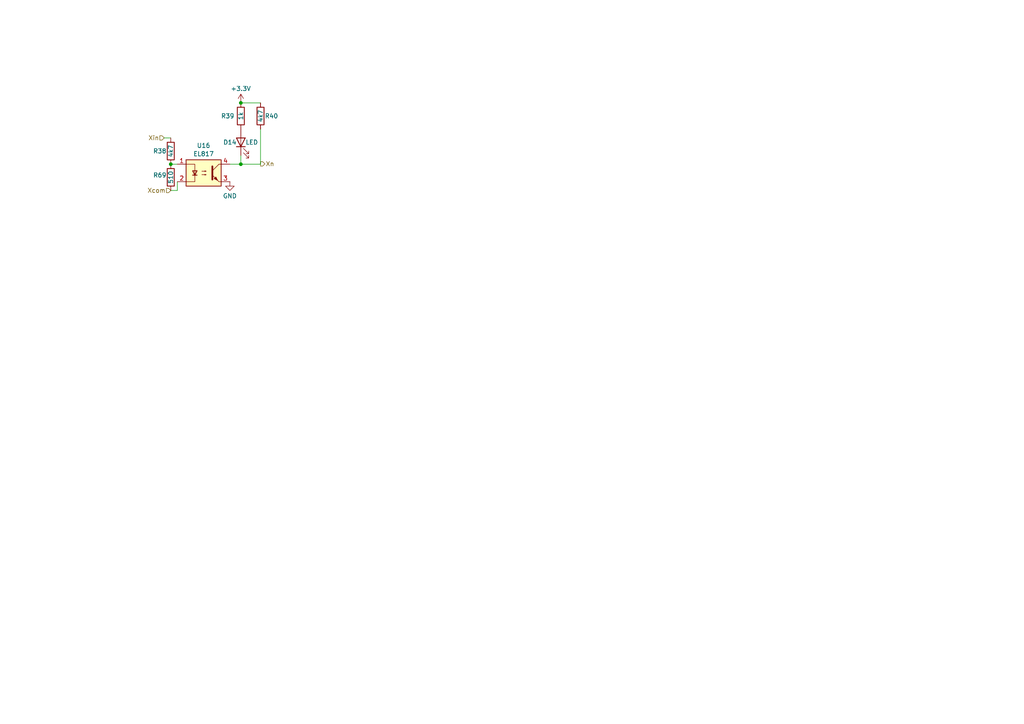
<source format=kicad_sch>
(kicad_sch (version 20231120) (generator "eeschema") (generator_version "8.0")
  (paper "A4")
  (lib_symbols
    (symbol "Device:LED" (pin_numbers hide) (pin_names (offset 1.016) hide)
      (property "Reference" "D" (at 0 2.54 0))
      (property "Value" "LED" (at 0 -2.54 0))
      (symbol "LED_0_1"
        (polyline (pts (xy -1.27 -1.27) (xy -1.27 1.27)) (stroke (width 0.254)))
        (polyline (pts (xy -1.27 0) (xy 1.27 0)))
        (polyline (pts (xy 1.27 -1.27) (xy 1.27 1.27) (xy -1.27 0) (xy 1.27 -1.27)) (stroke (width 0.254)))
        (polyline (pts (xy -3.048 -0.762) (xy -4.572 -2.286) (xy -3.81 -2.286) (xy -4.572 -2.286) (xy -4.572 -1.524)))
        (polyline (pts (xy -1.778 -0.762) (xy -3.302 -2.286) (xy -2.54 -2.286) (xy -3.302 -2.286) (xy -3.302 -1.524)))
      )
      (symbol "LED_1_1"
        (pin passive line (at -3.81 0 0) (length 2.54) (name "K") (number "1"))
        (pin passive line (at 3.81 0 180) (length 2.54) (name "A") (number "2"))
      )
    )
    (symbol "Device:R" (pin_numbers hide) (pin_names (offset 0))
      (property "Reference" "R" (at 2.032 0 90))
      (property "Value" "R" (at 0 0 90))
      (symbol "R_0_1"
        (rectangle (start -1.016 -2.54) (end 1.016 2.54) (stroke (width 0.254)))
      )
      (symbol "R_1_1"
        (pin passive line (at 0 3.81 270) (length 1.27) (name "~") (number "1"))
        (pin passive line (at 0 -3.81 90) (length 1.27) (name "~") (number "2"))
      )
    )
    (symbol "Isolator:EL817" (pin_names (offset 1.016))
      (property "Reference" "U" (at -5.08 5.08 0))
      (property "Value" "EL817" (at 0 5.08 0))
      (symbol "EL817_0_1"
        (rectangle (start -5.08 3.81) (end 5.08 -3.81) (stroke (width 0.254)) (fill (type background)))
        (polyline (pts (xy -3.175 -0.635) (xy -1.905 -0.635)) (stroke (width 0.254)))
        (polyline (pts (xy 2.54 0.635) (xy 4.445 2.54)))
        (polyline (pts (xy 4.445 -2.54) (xy 2.54 -0.635)) (fill (type outline)))
        (polyline (pts (xy 4.445 -2.54) (xy 5.08 -2.54)))
        (polyline (pts (xy 4.445 2.54) (xy 5.08 2.54)))
        (polyline (pts (xy -5.08 2.54) (xy -2.54 2.54) (xy -2.54 -0.635)))
        (polyline (pts (xy -2.54 -0.635) (xy -2.54 -2.54) (xy -5.08 -2.54)))
        (polyline (pts (xy 2.54 1.905) (xy 2.54 -1.905) (xy 2.54 -1.905)) (stroke (width 0.508)))
        (polyline (pts (xy -2.54 -0.635) (xy -3.175 0.635) (xy -1.905 0.635) (xy -2.54 -0.635)) (stroke (width 0.254)))
        (polyline (pts (xy -0.508 -0.508) (xy 0.762 -0.508) (xy 0.381 -0.635) (xy 0.381 -0.381) (xy 0.762 -0.508)))
        (polyline (pts (xy -0.508 0.508) (xy 0.762 0.508) (xy 0.381 0.381) (xy 0.381 0.635) (xy 0.762 0.508)))
        (polyline (pts (xy 3.048 -1.651) (xy 3.556 -1.143) (xy 4.064 -2.159) (xy 3.048 -1.651) (xy 3.048 -1.651)) (fill (type outline)))
      )
      (symbol "EL817_1_1"
        (pin passive line (at -7.62 2.54 0) (length 2.54) (name "~") (number "1"))
        (pin passive line (at -7.62 -2.54 0) (length 2.54) (name "~") (number "2"))
        (pin passive line (at 7.62 -2.54 180) (length 2.54) (name "~") (number "3"))
        (pin passive line (at 7.62 2.54 180) (length 2.54) (name "~") (number "4"))
      )
    )
    (symbol "power:+3.3V" (power) (pin_numbers hide) (pin_names (offset 0) hide)
      (property "Value" "+3.3V" (at 0 3.556 0))
      (symbol "+3.3V_0_1"
        (polyline (pts (xy -0.762 1.27) (xy 0 2.54)))
        (polyline (pts (xy 0 0) (xy 0 2.54)))
        (polyline (pts (xy 0 2.54) (xy 0.762 1.27)))
      )
      (symbol "+3.3V_1_1"
        (pin power_in line (at 0 0 90) (length 0) (name "~") (number "1"))
      )
    )
    (symbol "power:GND" (power) (pin_numbers hide) (pin_names (offset 0) hide)
      (property "Value" "GND" (at 0 -3.81 0))
      (symbol "GND_0_1"
        (polyline (pts (xy 0 0) (xy 0 -1.27) (xy 1.27 -1.27) (xy 0 -2.54) (xy -1.27 -1.27) (xy 0 -1.27)))
      )
      (symbol "GND_1_1"
        (pin power_in line (at 0 0 270) (length 0) (name "~") (number "1"))
      )
    )
  )
  (junction (at 69.85 47.625))
  (junction (at 69.85 29.845))
  (junction (at 49.53 47.625))
  (wire (pts (xy 49.53 47.625) (xy 51.435 47.625)))
  (wire (pts (xy 51.435 55.245) (xy 51.435 52.705)))
  (wire (pts (xy 69.85 29.845) (xy 75.565 29.845)))
  (wire (pts (xy 75.565 37.465) (xy 75.565 47.625)))
  (wire (pts (xy 49.53 55.245) (xy 51.435 55.245)))
  (wire (pts (xy 69.85 45.085) (xy 69.85 47.625)))
  (wire (pts (xy 75.565 47.625) (xy 69.85 47.625)))
  (wire (pts (xy 47.625 40.005) (xy 49.53 40.005)))
  (wire (pts (xy 69.85 47.625) (xy 66.675 47.625)))
  (hierarchical_label "Xn" (shape output) (at 75.565 47.5335 0))
  (hierarchical_label "Xin" (shape input) (at 47.625 40.005 180))
  (hierarchical_label "Xcom" (shape input) (at 49.53 55.245 180))
  (symbol (lib_id "Device:R") (at 69.85 33.655 180) (unit 1)
    (property "Reference" "R39" (at 66.04 33.655 0))
    (property "Value" "1k" (at 69.85 33.655 90))
    (property "Footprint" "Resistor_SMD:R_0603_1608Metric_Pad0.98x0.95mm_HandSolder" (effects (hide yes)))
    (property "Description" "Resistor" (effects (hide yes)))
    (instances (project "fx3u_24mr" (path "" (reference "R39") (unit 1)) (path "" (reference "R33") (unit 1)) (path "" (reference "R24") (unit 1)) (path "" (reference "R9") (unit 1)) (path "" (reference "R42") (unit 1)) (path "" (reference "R15") (unit 1)) (path "" (reference "R18") (unit 1)) (path "" (reference "R30") (unit 1)) (path "" (reference "R12") (unit 1)) (path "" (reference "R36") (unit 1)) (path "" (reference "R21") (unit 1)) (path "" (reference "R27") (unit 1)) (path "" (reference "R45") (unit 1)) (path "" (reference "R5") (unit 1))))
  )
  (symbol (lib_id "Device:R") (at 49.53 51.435 0) (unit 1)
    (property "Reference" "R69" (at 46.355 50.8 0))
    (property "Value" "510" (at 49.53 51.435 90))
    (property "Footprint" "Resistor_SMD:R_0603_1608Metric_Pad0.98x0.95mm_HandSolder" (effects (hide yes)))
    (property "Description" "Resistor" (effects (hide yes)))
    (instances (project "fx3u_24mr" (path "" (reference "R69") (unit 1)) (path "" (reference "R67") (unit 1)) (path "" (reference "R64") (unit 1)) (path "" (reference "R59") (unit 1)) (path "" (reference "R70") (unit 1)) (path "" (reference "R61") (unit 1)) (path "" (reference "R62") (unit 1)) (path "" (reference "R66") (unit 1)) (path "" (reference "R60") (unit 1)) (path "" (reference "R68") (unit 1)) (path "" (reference "R63") (unit 1)) (path "" (reference "R65") (unit 1)) (path "" (reference "R71") (unit 1)) (path "" (reference "R58") (unit 1))))
  )
  (symbol (lib_id "Device:R") (at 49.53 43.815 180) (unit 1)
    (property "Reference" "R38" (at 46.355 43.815 0))
    (property "Value" "4k7" (at 49.53 43.815 90))
    (property "Footprint" "Resistor_SMD:R_0603_1608Metric_Pad0.98x0.95mm_HandSolder" (effects (hide yes)))
    (property "Description" "Resistor" (effects (hide yes)))
    (instances (project "fx3u_24mr" (path "" (reference "R38") (unit 1)) (path "" (reference "R32") (unit 1)) (path "" (reference "R23") (unit 1)) (path "" (reference "R8") (unit 1)) (path "" (reference "R41") (unit 1)) (path "" (reference "R14") (unit 1)) (path "" (reference "R17") (unit 1)) (path "" (reference "R29") (unit 1)) (path "" (reference "R11") (unit 1)) (path "" (reference "R35") (unit 1)) (path "" (reference "R20") (unit 1)) (path "" (reference "R26") (unit 1)) (path "" (reference "R44") (unit 1)) (path "" (reference "R7") (unit 1))))
  )
  (symbol (lib_id "power:GND") (at 66.675 52.705 0) (unit 1)
    (property "Reference" "#PWR038" (effects (hide yes)))
    (property "Value" "GND" (at 66.675 56.8381 0))
    (property "Description" "Power symbol creates a global label with name \"GND\" , ground" (effects (hide yes)))
    (instances (project "fx3u_24mr" (path "" (reference "#PWR038") (unit 1)) (path "" (reference "#PWR034") (unit 1)) (path "" (reference "#PWR028") (unit 1)) (path "" (reference "#PWR018") (unit 1)) (path "" (reference "#PWR040") (unit 1)) (path "" (reference "#PWR022") (unit 1)) (path "" (reference "#PWR024") (unit 1)) (path "" (reference "#PWR032") (unit 1)) (path "" (reference "#PWR020") (unit 1)) (path "" (reference "#PWR036") (unit 1)) (path "" (reference "#PWR026") (unit 1)) (path "" (reference "#PWR030") (unit 1)) (path "" (reference "#PWR042") (unit 1)) (path "" (reference "#PWR?") (unit 1))))
  )
  (symbol (lib_id "power:+3.3V") (at 69.85 29.845 0) (unit 1)
    (property "Reference" "#PWR039" (effects (hide yes)))
    (property "Value" "+3.3V" (at 69.85 25.7119 0))
    (property "Description" "Power symbol creates a global label with name \"+3.3V\"" (effects (hide yes)))
    (instances (project "fx3u_24mr" (path "" (reference "#PWR039") (unit 1)) (path "" (reference "#PWR035") (unit 1)) (path "" (reference "#PWR029") (unit 1)) (path "" (reference "#PWR019") (unit 1)) (path "" (reference "#PWR041") (unit 1)) (path "" (reference "#PWR023") (unit 1)) (path "" (reference "#PWR025") (unit 1)) (path "" (reference "#PWR033") (unit 1)) (path "" (reference "#PWR021") (unit 1)) (path "" (reference "#PWR037") (unit 1)) (path "" (reference "#PWR027") (unit 1)) (path "" (reference "#PWR031") (unit 1)) (path "" (reference "#PWR043") (unit 1)) (path "" (reference "#PWR017") (unit 1))))
  )
  (symbol (lib_id "Isolator:EL817") (at 59.055 50.165 0) (unit 1)
    (property "Reference" "U16" (at 59.055 42.2105 0))
    (property "Value" "EL817" (at 59.055 44.6348 0))
    (property "Footprint" "Package_DIP:DIP-4_W7.62mm" (effects (hide yes)))
    (property "Datasheet" "http://www.everlight.com/file/ProductFile/EL817.pdf" (effects (hide yes)))
    (property "Description" "DC Optocoupler, Vce 35V, DIP-4" (effects (hide yes)))
    (instances (project "fx3u_24mr" (path "" (reference "U16") (unit 1)) (path "" (reference "U14") (unit 1)) (path "" (reference "U11") (unit 1)) (path "" (reference "U6") (unit 1)) (path "" (reference "U17") (unit 1)) (path "" (reference "U8") (unit 1)) (path "" (reference "U9") (unit 1)) (path "" (reference "U13") (unit 1)) (path "" (reference "U7") (unit 1)) (path "" (reference "U15") (unit 1)) (path "" (reference "U10") (unit 1)) (path "" (reference "U12") (unit 1)) (path "" (reference "U18") (unit 1)) (path "" (reference "U?") (unit 1))))
  )
  (symbol (lib_id "Device:R") (at 75.565 33.655 180) (unit 1)
    (property "Reference" "R40" (at 78.74 33.655 0))
    (property "Value" "4k7" (at 75.565 33.655 90))
    (property "Footprint" "Resistor_SMD:R_0603_1608Metric_Pad0.98x0.95mm_HandSolder" (effects (hide yes)))
    (property "Description" "Resistor" (effects (hide yes)))
    (instances (project "fx3u_24mr" (path "" (reference "R40") (unit 1)) (path "" (reference "R34") (unit 1)) (path "" (reference "R25") (unit 1)) (path "" (reference "R10") (unit 1)) (path "" (reference "R43") (unit 1)) (path "" (reference "R16") (unit 1)) (path "" (reference "R19") (unit 1)) (path "" (reference "R31") (unit 1)) (path "" (reference "R13") (unit 1)) (path "" (reference "R37") (unit 1)) (path "" (reference "R22") (unit 1)) (path "" (reference "R28") (unit 1)) (path "" (reference "R46") (unit 1)) (path "" (reference "R6") (unit 1))))
  )
  (symbol (lib_id "Device:LED") (at 69.85 41.275 90) (unit 1)
    (property "Reference" "D14" (at 66.675 41.275 90))
    (property "Value" "LED" (at 73.025 41.275 90))
    (property "Footprint" "LED_SMD:LED_0805_2012Metric_Pad1.15x1.40mm_HandSolder" (effects (hide yes)))
    (property "Description" "Light emitting diode" (effects (hide yes)))
    (instances (project "fx3u_24mr" (path "" (reference "D14") (unit 1)) (path "" (reference "D12") (unit 1)) (path "" (reference "D9") (unit 1)) (path "" (reference "D4") (unit 1)) (path "" (reference "D15") (unit 1)) (path "" (reference "D6") (unit 1)) (path "" (reference "D7") (unit 1)) (path "" (reference "D11") (unit 1)) (path "" (reference "D5") (unit 1)) (path "" (reference "D13") (unit 1)) (path "" (reference "D8") (unit 1)) (path "" (reference "D10") (unit 1)) (path "" (reference "D16") (unit 1)) (path "" (reference "D3") (unit 1))))
  )
)
</source>
